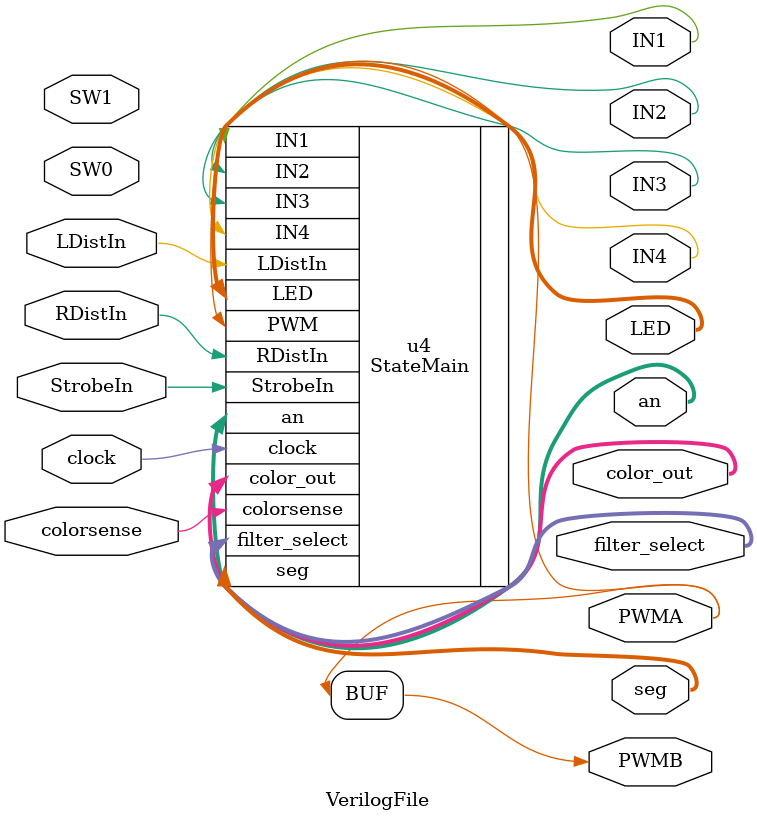
<source format=v>
module VerilogFile(
input SW0,
input SW1,
input clock,
output IN1,
output IN2,
output IN3,
output IN4,
output PWMA,
output PWMB,
output [15:0] LED,
output[3:0] an,
output[6:0] seg,
input LDistIn,
input RDistIn,
input StrobeIn,
output [1:0]filter_select,
input colorsense,
output [2:0] color_out
);

StateMain u4(.clock(clock),.IN1(IN1),.IN2(IN2),.IN3(IN3),.IN4(IN4),.LDistIn(LDistIn),.RDistIn(RDistIn),.LED(LED),.StrobeIn(StrobeIn),.PWM(PWMA),
.filter_select(filter_select),.colorsense(colorsense),.color_out(color_out),.an(an),.seg(seg));

assign PWMB = PWMA;

endmodule
</source>
